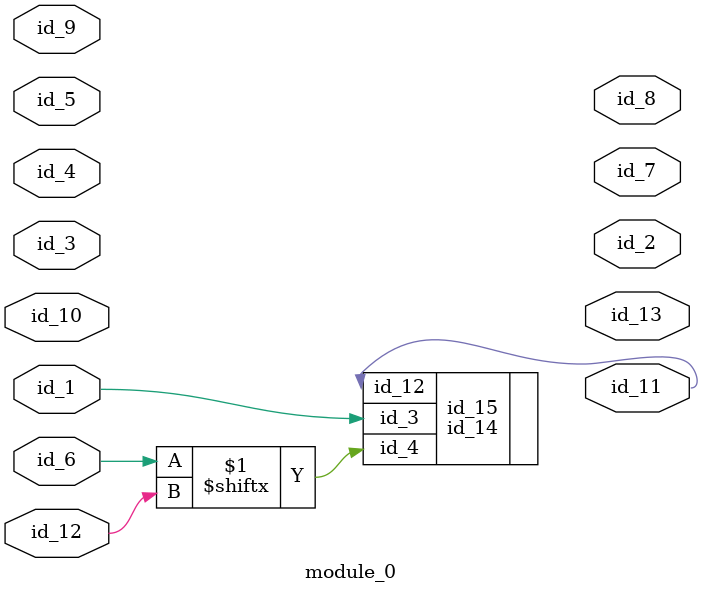
<source format=v>
module module_0 (
    id_1,
    id_2,
    id_3,
    id_4,
    id_5,
    id_6,
    id_7,
    id_8,
    id_9,
    id_10,
    id_11,
    id_12,
    id_13
);
  output id_13;
  input id_12;
  output id_11;
  input id_10;
  input id_9;
  output id_8;
  output id_7;
  input id_6;
  input id_5;
  input id_4;
  input id_3;
  output id_2;
  input id_1;
  id_14 id_15 (
      .id_3 (id_1),
      .id_4 (id_6[id_12]),
      .id_12(id_11)
  );
endmodule

</source>
